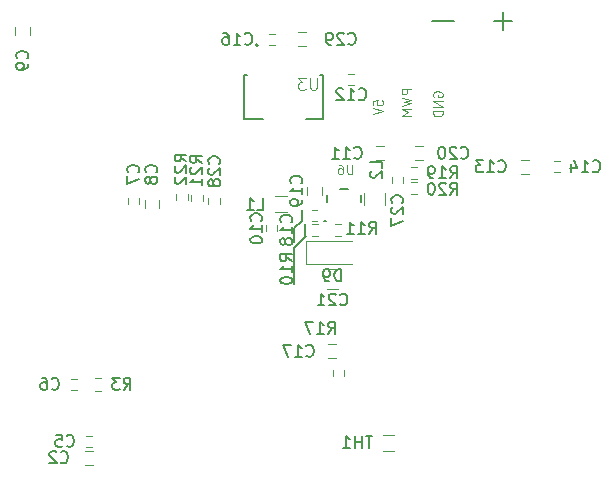
<source format=gbo>
G04 #@! TF.FileFunction,Legend,Bot*
%FSLAX46Y46*%
G04 Gerber Fmt 4.6, Leading zero omitted, Abs format (unit mm)*
G04 Created by KiCad (PCBNEW 4.0.7) date 06/27/18 11:47:53*
%MOMM*%
%LPD*%
G01*
G04 APERTURE LIST*
%ADD10C,0.100000*%
%ADD11C,0.200000*%
%ADD12C,0.120000*%
%ADD13C,0.127000*%
%ADD14C,0.152400*%
%ADD15C,0.150000*%
%ADD16C,0.050000*%
G04 APERTURE END LIST*
D10*
D11*
X127000000Y-95885000D02*
X126873000Y-95885000D01*
X127000000Y-94742000D02*
X127000000Y-95885000D01*
X127889000Y-95504000D02*
X127889000Y-95377000D01*
X127000000Y-96393000D02*
X127889000Y-95504000D01*
X127000000Y-96774000D02*
X127000000Y-96393000D01*
X127000000Y-99441000D02*
X127000000Y-96774000D01*
X128016000Y-95377000D02*
X127889000Y-95377000D01*
X127889000Y-95377000D02*
X127889000Y-94361000D01*
X127635000Y-93218000D02*
X127635000Y-94107000D01*
X129540000Y-94107000D02*
X129667000Y-94107000D01*
X127000000Y-94742000D02*
X127635000Y-94107000D01*
X140525500Y-77152500D02*
X138620500Y-77152500D01*
X144653000Y-77978000D02*
X144653000Y-76454000D01*
X144653000Y-77216000D02*
X145415000Y-77216000D01*
X144653000Y-77216000D02*
X143891000Y-77216000D01*
D10*
X136886905Y-82950190D02*
X136086905Y-82950190D01*
X136086905Y-83254952D01*
X136125000Y-83331143D01*
X136163095Y-83369238D01*
X136239286Y-83407333D01*
X136353571Y-83407333D01*
X136429762Y-83369238D01*
X136467857Y-83331143D01*
X136505952Y-83254952D01*
X136505952Y-82950190D01*
X136086905Y-83674000D02*
X136886905Y-83864476D01*
X136315476Y-84016857D01*
X136886905Y-84169238D01*
X136086905Y-84359714D01*
X136886905Y-84664476D02*
X136086905Y-84664476D01*
X136658333Y-84931143D01*
X136086905Y-85197810D01*
X136886905Y-85197810D01*
X138792000Y-83591477D02*
X138753905Y-83515286D01*
X138753905Y-83401001D01*
X138792000Y-83286715D01*
X138868190Y-83210524D01*
X138944381Y-83172429D01*
X139096762Y-83134334D01*
X139211048Y-83134334D01*
X139363429Y-83172429D01*
X139439619Y-83210524D01*
X139515810Y-83286715D01*
X139553905Y-83401001D01*
X139553905Y-83477191D01*
X139515810Y-83591477D01*
X139477714Y-83629572D01*
X139211048Y-83629572D01*
X139211048Y-83477191D01*
X139553905Y-83972429D02*
X138753905Y-83972429D01*
X139553905Y-84429572D01*
X138753905Y-84429572D01*
X139553905Y-84810524D02*
X138753905Y-84810524D01*
X138753905Y-85001000D01*
X138792000Y-85115286D01*
X138868190Y-85191477D01*
X138944381Y-85229572D01*
X139096762Y-85267667D01*
X139211048Y-85267667D01*
X139363429Y-85229572D01*
X139439619Y-85191477D01*
X139515810Y-85115286D01*
X139553905Y-85001000D01*
X139553905Y-84810524D01*
X133673905Y-84302620D02*
X133673905Y-83921667D01*
X134054857Y-83883572D01*
X134016762Y-83921667D01*
X133978667Y-83997858D01*
X133978667Y-84188334D01*
X134016762Y-84264524D01*
X134054857Y-84302620D01*
X134131048Y-84340715D01*
X134321524Y-84340715D01*
X134397714Y-84302620D01*
X134435810Y-84264524D01*
X134473905Y-84188334D01*
X134473905Y-83997858D01*
X134435810Y-83921667D01*
X134397714Y-83883572D01*
X133673905Y-84569286D02*
X134473905Y-84835953D01*
X133673905Y-85102620D01*
D12*
X109251000Y-114773000D02*
X109951000Y-114773000D01*
X109951000Y-113573000D02*
X109251000Y-113573000D01*
X109351000Y-112306000D02*
X109851000Y-112306000D01*
X109851000Y-113246000D02*
X109351000Y-113246000D01*
X108581000Y-108420000D02*
X108081000Y-108420000D01*
X108081000Y-107480000D02*
X108581000Y-107480000D01*
X112941000Y-92706000D02*
X112941000Y-92206000D01*
X113881000Y-92206000D02*
X113881000Y-92706000D01*
X115535000Y-93060000D02*
X115535000Y-92360000D01*
X114335000Y-92360000D02*
X114335000Y-93060000D01*
X103387600Y-77704200D02*
X103387600Y-78404200D01*
X104587600Y-78404200D02*
X104587600Y-77704200D01*
X124625000Y-94992000D02*
X124625000Y-94492000D01*
X125565000Y-94492000D02*
X125565000Y-94992000D01*
X132076000Y-82639000D02*
X131576000Y-82639000D01*
X131576000Y-81699000D02*
X132076000Y-81699000D01*
X146908000Y-88935000D02*
X146208000Y-88935000D01*
X146208000Y-90135000D02*
X146908000Y-90135000D01*
X148975000Y-89065000D02*
X149475000Y-89065000D01*
X149475000Y-90005000D02*
X148975000Y-90005000D01*
X124845000Y-78270000D02*
X125345000Y-78270000D01*
X125345000Y-79210000D02*
X124845000Y-79210000D01*
X130525000Y-104556000D02*
X129825000Y-104556000D01*
X129825000Y-105756000D02*
X130525000Y-105756000D01*
X128964500Y-94132500D02*
X128464500Y-94132500D01*
X128464500Y-93192500D02*
X128964500Y-93192500D01*
X129314500Y-91917000D02*
X129314500Y-91217000D01*
X128114500Y-91217000D02*
X128114500Y-91917000D01*
X130738500Y-99910000D02*
X129738500Y-99910000D01*
X129738500Y-98210000D02*
X130738500Y-98210000D01*
X135293000Y-90928000D02*
X135293000Y-90428000D01*
X136233000Y-90428000D02*
X136233000Y-90928000D01*
X119735500Y-92706000D02*
X119735500Y-92206000D01*
X120675500Y-92206000D02*
X120675500Y-92706000D01*
X127988500Y-97774000D02*
X127988500Y-95774000D01*
X127988500Y-95774000D02*
X131888500Y-95774000D01*
X127988500Y-97774000D02*
X131888500Y-97774000D01*
X126357000Y-92030000D02*
X125357000Y-92030000D01*
X125357000Y-93390000D02*
X126357000Y-93390000D01*
X132944500Y-92765500D02*
X132944500Y-91765500D01*
X134644500Y-91765500D02*
X134644500Y-92765500D01*
X110613000Y-108480000D02*
X110113000Y-108480000D01*
X110113000Y-107420000D02*
X110613000Y-107420000D01*
X129028000Y-95399000D02*
X128528000Y-95399000D01*
X128528000Y-94339000D02*
X129028000Y-94339000D01*
X130933000Y-95399000D02*
X130433000Y-95399000D01*
X130433000Y-94339000D02*
X130933000Y-94339000D01*
X130294280Y-107255120D02*
X130294280Y-106755120D01*
X131234280Y-106755120D02*
X131234280Y-107255120D01*
X137410000Y-90573000D02*
X136910000Y-90573000D01*
X136910000Y-89513000D02*
X137410000Y-89513000D01*
X137410000Y-91843000D02*
X136910000Y-91843000D01*
X136910000Y-90783000D02*
X137410000Y-90783000D01*
X119275000Y-91952000D02*
X119275000Y-92452000D01*
X118215000Y-92452000D02*
X118215000Y-91952000D01*
X116945000Y-92325000D02*
X116945000Y-91825000D01*
X118005000Y-91825000D02*
X118005000Y-92325000D01*
X135475600Y-112223000D02*
X134475600Y-112223000D01*
X134475600Y-113583000D02*
X135475600Y-113583000D01*
D13*
X122751000Y-81769500D02*
X122751000Y-85489500D01*
X129471000Y-81769500D02*
X129471000Y-85489500D01*
X122751000Y-81769500D02*
X123011000Y-81769500D01*
X129221000Y-81769500D02*
X129471000Y-81769500D01*
X129471000Y-85489500D02*
X127981000Y-85489500D01*
X124351000Y-85489500D02*
X122751000Y-85489500D01*
D11*
X123921000Y-79256500D02*
G75*
G03X123921000Y-79256500I-100000J0D01*
G01*
D14*
X129743200Y-92481400D02*
X129743200Y-91922600D01*
X130835400Y-91414600D02*
X131546600Y-91414600D01*
X132638800Y-91922600D02*
X132638800Y-92481400D01*
D12*
X134589000Y-87792000D02*
X133889000Y-87792000D01*
X133889000Y-88992000D02*
X134589000Y-88992000D01*
X137891000Y-87792000D02*
X137191000Y-87792000D01*
X137191000Y-88992000D02*
X137891000Y-88992000D01*
X127985000Y-78140000D02*
X127285000Y-78140000D01*
X127285000Y-79340000D02*
X127985000Y-79340000D01*
D15*
X107227666Y-114530143D02*
X107275285Y-114577762D01*
X107418142Y-114625381D01*
X107513380Y-114625381D01*
X107656238Y-114577762D01*
X107751476Y-114482524D01*
X107799095Y-114387286D01*
X107846714Y-114196810D01*
X107846714Y-114053952D01*
X107799095Y-113863476D01*
X107751476Y-113768238D01*
X107656238Y-113673000D01*
X107513380Y-113625381D01*
X107418142Y-113625381D01*
X107275285Y-113673000D01*
X107227666Y-113720619D01*
X106846714Y-113720619D02*
X106799095Y-113673000D01*
X106703857Y-113625381D01*
X106465761Y-113625381D01*
X106370523Y-113673000D01*
X106322904Y-113720619D01*
X106275285Y-113815857D01*
X106275285Y-113911095D01*
X106322904Y-114053952D01*
X106894333Y-114625381D01*
X106275285Y-114625381D01*
X107735666Y-113133143D02*
X107783285Y-113180762D01*
X107926142Y-113228381D01*
X108021380Y-113228381D01*
X108164238Y-113180762D01*
X108259476Y-113085524D01*
X108307095Y-112990286D01*
X108354714Y-112799810D01*
X108354714Y-112656952D01*
X108307095Y-112466476D01*
X108259476Y-112371238D01*
X108164238Y-112276000D01*
X108021380Y-112228381D01*
X107926142Y-112228381D01*
X107783285Y-112276000D01*
X107735666Y-112323619D01*
X106830904Y-112228381D02*
X107307095Y-112228381D01*
X107354714Y-112704571D01*
X107307095Y-112656952D01*
X107211857Y-112609333D01*
X106973761Y-112609333D01*
X106878523Y-112656952D01*
X106830904Y-112704571D01*
X106783285Y-112799810D01*
X106783285Y-113037905D01*
X106830904Y-113133143D01*
X106878523Y-113180762D01*
X106973761Y-113228381D01*
X107211857Y-113228381D01*
X107307095Y-113180762D01*
X107354714Y-113133143D01*
X106465666Y-108307143D02*
X106513285Y-108354762D01*
X106656142Y-108402381D01*
X106751380Y-108402381D01*
X106894238Y-108354762D01*
X106989476Y-108259524D01*
X107037095Y-108164286D01*
X107084714Y-107973810D01*
X107084714Y-107830952D01*
X107037095Y-107640476D01*
X106989476Y-107545238D01*
X106894238Y-107450000D01*
X106751380Y-107402381D01*
X106656142Y-107402381D01*
X106513285Y-107450000D01*
X106465666Y-107497619D01*
X105608523Y-107402381D02*
X105799000Y-107402381D01*
X105894238Y-107450000D01*
X105941857Y-107497619D01*
X106037095Y-107640476D01*
X106084714Y-107830952D01*
X106084714Y-108211905D01*
X106037095Y-108307143D01*
X105989476Y-108354762D01*
X105894238Y-108402381D01*
X105703761Y-108402381D01*
X105608523Y-108354762D01*
X105560904Y-108307143D01*
X105513285Y-108211905D01*
X105513285Y-107973810D01*
X105560904Y-107878571D01*
X105608523Y-107830952D01*
X105703761Y-107783333D01*
X105894238Y-107783333D01*
X105989476Y-107830952D01*
X106037095Y-107878571D01*
X106084714Y-107973810D01*
X113768143Y-90003334D02*
X113815762Y-89955715D01*
X113863381Y-89812858D01*
X113863381Y-89717620D01*
X113815762Y-89574762D01*
X113720524Y-89479524D01*
X113625286Y-89431905D01*
X113434810Y-89384286D01*
X113291952Y-89384286D01*
X113101476Y-89431905D01*
X113006238Y-89479524D01*
X112911000Y-89574762D01*
X112863381Y-89717620D01*
X112863381Y-89812858D01*
X112911000Y-89955715D01*
X112958619Y-90003334D01*
X112863381Y-90336667D02*
X112863381Y-91003334D01*
X113863381Y-90574762D01*
X115292143Y-90003334D02*
X115339762Y-89955715D01*
X115387381Y-89812858D01*
X115387381Y-89717620D01*
X115339762Y-89574762D01*
X115244524Y-89479524D01*
X115149286Y-89431905D01*
X114958810Y-89384286D01*
X114815952Y-89384286D01*
X114625476Y-89431905D01*
X114530238Y-89479524D01*
X114435000Y-89574762D01*
X114387381Y-89717620D01*
X114387381Y-89812858D01*
X114435000Y-89955715D01*
X114482619Y-90003334D01*
X114815952Y-90574762D02*
X114768333Y-90479524D01*
X114720714Y-90431905D01*
X114625476Y-90384286D01*
X114577857Y-90384286D01*
X114482619Y-90431905D01*
X114435000Y-90479524D01*
X114387381Y-90574762D01*
X114387381Y-90765239D01*
X114435000Y-90860477D01*
X114482619Y-90908096D01*
X114577857Y-90955715D01*
X114625476Y-90955715D01*
X114720714Y-90908096D01*
X114768333Y-90860477D01*
X114815952Y-90765239D01*
X114815952Y-90574762D01*
X114863571Y-90479524D01*
X114911190Y-90431905D01*
X115006429Y-90384286D01*
X115196905Y-90384286D01*
X115292143Y-90431905D01*
X115339762Y-90479524D01*
X115387381Y-90574762D01*
X115387381Y-90765239D01*
X115339762Y-90860477D01*
X115292143Y-90908096D01*
X115196905Y-90955715D01*
X115006429Y-90955715D01*
X114911190Y-90908096D01*
X114863571Y-90860477D01*
X114815952Y-90765239D01*
X104370143Y-80351334D02*
X104417762Y-80303715D01*
X104465381Y-80160858D01*
X104465381Y-80065620D01*
X104417762Y-79922762D01*
X104322524Y-79827524D01*
X104227286Y-79779905D01*
X104036810Y-79732286D01*
X103893952Y-79732286D01*
X103703476Y-79779905D01*
X103608238Y-79827524D01*
X103513000Y-79922762D01*
X103465381Y-80065620D01*
X103465381Y-80160858D01*
X103513000Y-80303715D01*
X103560619Y-80351334D01*
X104465381Y-80827524D02*
X104465381Y-81018000D01*
X104417762Y-81113239D01*
X104370143Y-81160858D01*
X104227286Y-81256096D01*
X104036810Y-81303715D01*
X103655857Y-81303715D01*
X103560619Y-81256096D01*
X103513000Y-81208477D01*
X103465381Y-81113239D01*
X103465381Y-80922762D01*
X103513000Y-80827524D01*
X103560619Y-80779905D01*
X103655857Y-80732286D01*
X103893952Y-80732286D01*
X103989190Y-80779905D01*
X104036810Y-80827524D01*
X104084429Y-80922762D01*
X104084429Y-81113239D01*
X104036810Y-81208477D01*
X103989190Y-81256096D01*
X103893952Y-81303715D01*
X124182143Y-94099143D02*
X124229762Y-94051524D01*
X124277381Y-93908667D01*
X124277381Y-93813429D01*
X124229762Y-93670571D01*
X124134524Y-93575333D01*
X124039286Y-93527714D01*
X123848810Y-93480095D01*
X123705952Y-93480095D01*
X123515476Y-93527714D01*
X123420238Y-93575333D01*
X123325000Y-93670571D01*
X123277381Y-93813429D01*
X123277381Y-93908667D01*
X123325000Y-94051524D01*
X123372619Y-94099143D01*
X124277381Y-95051524D02*
X124277381Y-94480095D01*
X124277381Y-94765809D02*
X123277381Y-94765809D01*
X123420238Y-94670571D01*
X123515476Y-94575333D01*
X123563095Y-94480095D01*
X123277381Y-95670571D02*
X123277381Y-95765810D01*
X123325000Y-95861048D01*
X123372619Y-95908667D01*
X123467857Y-95956286D01*
X123658333Y-96003905D01*
X123896429Y-96003905D01*
X124086905Y-95956286D01*
X124182143Y-95908667D01*
X124229762Y-95861048D01*
X124277381Y-95765810D01*
X124277381Y-95670571D01*
X124229762Y-95575333D01*
X124182143Y-95527714D01*
X124086905Y-95480095D01*
X123896429Y-95432476D01*
X123658333Y-95432476D01*
X123467857Y-95480095D01*
X123372619Y-95527714D01*
X123325000Y-95575333D01*
X123277381Y-95670571D01*
X132468857Y-83796143D02*
X132516476Y-83843762D01*
X132659333Y-83891381D01*
X132754571Y-83891381D01*
X132897429Y-83843762D01*
X132992667Y-83748524D01*
X133040286Y-83653286D01*
X133087905Y-83462810D01*
X133087905Y-83319952D01*
X133040286Y-83129476D01*
X132992667Y-83034238D01*
X132897429Y-82939000D01*
X132754571Y-82891381D01*
X132659333Y-82891381D01*
X132516476Y-82939000D01*
X132468857Y-82986619D01*
X131516476Y-83891381D02*
X132087905Y-83891381D01*
X131802191Y-83891381D02*
X131802191Y-82891381D01*
X131897429Y-83034238D01*
X131992667Y-83129476D01*
X132087905Y-83177095D01*
X131135524Y-82986619D02*
X131087905Y-82939000D01*
X130992667Y-82891381D01*
X130754571Y-82891381D01*
X130659333Y-82939000D01*
X130611714Y-82986619D01*
X130564095Y-83081857D01*
X130564095Y-83177095D01*
X130611714Y-83319952D01*
X131183143Y-83891381D01*
X130564095Y-83891381D01*
X144279857Y-89892143D02*
X144327476Y-89939762D01*
X144470333Y-89987381D01*
X144565571Y-89987381D01*
X144708429Y-89939762D01*
X144803667Y-89844524D01*
X144851286Y-89749286D01*
X144898905Y-89558810D01*
X144898905Y-89415952D01*
X144851286Y-89225476D01*
X144803667Y-89130238D01*
X144708429Y-89035000D01*
X144565571Y-88987381D01*
X144470333Y-88987381D01*
X144327476Y-89035000D01*
X144279857Y-89082619D01*
X143327476Y-89987381D02*
X143898905Y-89987381D01*
X143613191Y-89987381D02*
X143613191Y-88987381D01*
X143708429Y-89130238D01*
X143803667Y-89225476D01*
X143898905Y-89273095D01*
X142994143Y-88987381D02*
X142375095Y-88987381D01*
X142708429Y-89368333D01*
X142565571Y-89368333D01*
X142470333Y-89415952D01*
X142422714Y-89463571D01*
X142375095Y-89558810D01*
X142375095Y-89796905D01*
X142422714Y-89892143D01*
X142470333Y-89939762D01*
X142565571Y-89987381D01*
X142851286Y-89987381D01*
X142946524Y-89939762D01*
X142994143Y-89892143D01*
X152280857Y-89892143D02*
X152328476Y-89939762D01*
X152471333Y-89987381D01*
X152566571Y-89987381D01*
X152709429Y-89939762D01*
X152804667Y-89844524D01*
X152852286Y-89749286D01*
X152899905Y-89558810D01*
X152899905Y-89415952D01*
X152852286Y-89225476D01*
X152804667Y-89130238D01*
X152709429Y-89035000D01*
X152566571Y-88987381D01*
X152471333Y-88987381D01*
X152328476Y-89035000D01*
X152280857Y-89082619D01*
X151328476Y-89987381D02*
X151899905Y-89987381D01*
X151614191Y-89987381D02*
X151614191Y-88987381D01*
X151709429Y-89130238D01*
X151804667Y-89225476D01*
X151899905Y-89273095D01*
X150471333Y-89320714D02*
X150471333Y-89987381D01*
X150709429Y-88939762D02*
X150947524Y-89654048D01*
X150328476Y-89654048D01*
X122816857Y-79097143D02*
X122864476Y-79144762D01*
X123007333Y-79192381D01*
X123102571Y-79192381D01*
X123245429Y-79144762D01*
X123340667Y-79049524D01*
X123388286Y-78954286D01*
X123435905Y-78763810D01*
X123435905Y-78620952D01*
X123388286Y-78430476D01*
X123340667Y-78335238D01*
X123245429Y-78240000D01*
X123102571Y-78192381D01*
X123007333Y-78192381D01*
X122864476Y-78240000D01*
X122816857Y-78287619D01*
X121864476Y-79192381D02*
X122435905Y-79192381D01*
X122150191Y-79192381D02*
X122150191Y-78192381D01*
X122245429Y-78335238D01*
X122340667Y-78430476D01*
X122435905Y-78478095D01*
X121007333Y-78192381D02*
X121197810Y-78192381D01*
X121293048Y-78240000D01*
X121340667Y-78287619D01*
X121435905Y-78430476D01*
X121483524Y-78620952D01*
X121483524Y-79001905D01*
X121435905Y-79097143D01*
X121388286Y-79144762D01*
X121293048Y-79192381D01*
X121102571Y-79192381D01*
X121007333Y-79144762D01*
X120959714Y-79097143D01*
X120912095Y-79001905D01*
X120912095Y-78763810D01*
X120959714Y-78668571D01*
X121007333Y-78620952D01*
X121102571Y-78573333D01*
X121293048Y-78573333D01*
X121388286Y-78620952D01*
X121435905Y-78668571D01*
X121483524Y-78763810D01*
X128023857Y-105513143D02*
X128071476Y-105560762D01*
X128214333Y-105608381D01*
X128309571Y-105608381D01*
X128452429Y-105560762D01*
X128547667Y-105465524D01*
X128595286Y-105370286D01*
X128642905Y-105179810D01*
X128642905Y-105036952D01*
X128595286Y-104846476D01*
X128547667Y-104751238D01*
X128452429Y-104656000D01*
X128309571Y-104608381D01*
X128214333Y-104608381D01*
X128071476Y-104656000D01*
X128023857Y-104703619D01*
X127071476Y-105608381D02*
X127642905Y-105608381D01*
X127357191Y-105608381D02*
X127357191Y-104608381D01*
X127452429Y-104751238D01*
X127547667Y-104846476D01*
X127642905Y-104894095D01*
X126738143Y-104608381D02*
X126071476Y-104608381D01*
X126500048Y-105608381D01*
X126722143Y-94226143D02*
X126769762Y-94178524D01*
X126817381Y-94035667D01*
X126817381Y-93940429D01*
X126769762Y-93797571D01*
X126674524Y-93702333D01*
X126579286Y-93654714D01*
X126388810Y-93607095D01*
X126245952Y-93607095D01*
X126055476Y-93654714D01*
X125960238Y-93702333D01*
X125865000Y-93797571D01*
X125817381Y-93940429D01*
X125817381Y-94035667D01*
X125865000Y-94178524D01*
X125912619Y-94226143D01*
X126817381Y-95178524D02*
X126817381Y-94607095D01*
X126817381Y-94892809D02*
X125817381Y-94892809D01*
X125960238Y-94797571D01*
X126055476Y-94702333D01*
X126103095Y-94607095D01*
X126245952Y-95749952D02*
X126198333Y-95654714D01*
X126150714Y-95607095D01*
X126055476Y-95559476D01*
X126007857Y-95559476D01*
X125912619Y-95607095D01*
X125865000Y-95654714D01*
X125817381Y-95749952D01*
X125817381Y-95940429D01*
X125865000Y-96035667D01*
X125912619Y-96083286D01*
X126007857Y-96130905D01*
X126055476Y-96130905D01*
X126150714Y-96083286D01*
X126198333Y-96035667D01*
X126245952Y-95940429D01*
X126245952Y-95749952D01*
X126293571Y-95654714D01*
X126341190Y-95607095D01*
X126436429Y-95559476D01*
X126626905Y-95559476D01*
X126722143Y-95607095D01*
X126769762Y-95654714D01*
X126817381Y-95749952D01*
X126817381Y-95940429D01*
X126769762Y-96035667D01*
X126722143Y-96083286D01*
X126626905Y-96130905D01*
X126436429Y-96130905D01*
X126341190Y-96083286D01*
X126293571Y-96035667D01*
X126245952Y-95940429D01*
X127571643Y-90924143D02*
X127619262Y-90876524D01*
X127666881Y-90733667D01*
X127666881Y-90638429D01*
X127619262Y-90495571D01*
X127524024Y-90400333D01*
X127428786Y-90352714D01*
X127238310Y-90305095D01*
X127095452Y-90305095D01*
X126904976Y-90352714D01*
X126809738Y-90400333D01*
X126714500Y-90495571D01*
X126666881Y-90638429D01*
X126666881Y-90733667D01*
X126714500Y-90876524D01*
X126762119Y-90924143D01*
X127666881Y-91876524D02*
X127666881Y-91305095D01*
X127666881Y-91590809D02*
X126666881Y-91590809D01*
X126809738Y-91495571D01*
X126904976Y-91400333D01*
X126952595Y-91305095D01*
X127666881Y-92352714D02*
X127666881Y-92543190D01*
X127619262Y-92638429D01*
X127571643Y-92686048D01*
X127428786Y-92781286D01*
X127238310Y-92828905D01*
X126857357Y-92828905D01*
X126762119Y-92781286D01*
X126714500Y-92733667D01*
X126666881Y-92638429D01*
X126666881Y-92447952D01*
X126714500Y-92352714D01*
X126762119Y-92305095D01*
X126857357Y-92257476D01*
X127095452Y-92257476D01*
X127190690Y-92305095D01*
X127238310Y-92352714D01*
X127285929Y-92447952D01*
X127285929Y-92638429D01*
X127238310Y-92733667D01*
X127190690Y-92781286D01*
X127095452Y-92828905D01*
X130881357Y-101167143D02*
X130928976Y-101214762D01*
X131071833Y-101262381D01*
X131167071Y-101262381D01*
X131309929Y-101214762D01*
X131405167Y-101119524D01*
X131452786Y-101024286D01*
X131500405Y-100833810D01*
X131500405Y-100690952D01*
X131452786Y-100500476D01*
X131405167Y-100405238D01*
X131309929Y-100310000D01*
X131167071Y-100262381D01*
X131071833Y-100262381D01*
X130928976Y-100310000D01*
X130881357Y-100357619D01*
X130500405Y-100357619D02*
X130452786Y-100310000D01*
X130357548Y-100262381D01*
X130119452Y-100262381D01*
X130024214Y-100310000D01*
X129976595Y-100357619D01*
X129928976Y-100452857D01*
X129928976Y-100548095D01*
X129976595Y-100690952D01*
X130548024Y-101262381D01*
X129928976Y-101262381D01*
X128976595Y-101262381D02*
X129548024Y-101262381D01*
X129262310Y-101262381D02*
X129262310Y-100262381D01*
X129357548Y-100405238D01*
X129452786Y-100500476D01*
X129548024Y-100548095D01*
X136120143Y-92575143D02*
X136167762Y-92527524D01*
X136215381Y-92384667D01*
X136215381Y-92289429D01*
X136167762Y-92146571D01*
X136072524Y-92051333D01*
X135977286Y-92003714D01*
X135786810Y-91956095D01*
X135643952Y-91956095D01*
X135453476Y-92003714D01*
X135358238Y-92051333D01*
X135263000Y-92146571D01*
X135215381Y-92289429D01*
X135215381Y-92384667D01*
X135263000Y-92527524D01*
X135310619Y-92575143D01*
X135310619Y-92956095D02*
X135263000Y-93003714D01*
X135215381Y-93098952D01*
X135215381Y-93337048D01*
X135263000Y-93432286D01*
X135310619Y-93479905D01*
X135405857Y-93527524D01*
X135501095Y-93527524D01*
X135643952Y-93479905D01*
X136215381Y-92908476D01*
X136215381Y-93527524D01*
X135215381Y-93860857D02*
X135215381Y-94527524D01*
X136215381Y-94098952D01*
X120626143Y-89273143D02*
X120673762Y-89225524D01*
X120721381Y-89082667D01*
X120721381Y-88987429D01*
X120673762Y-88844571D01*
X120578524Y-88749333D01*
X120483286Y-88701714D01*
X120292810Y-88654095D01*
X120149952Y-88654095D01*
X119959476Y-88701714D01*
X119864238Y-88749333D01*
X119769000Y-88844571D01*
X119721381Y-88987429D01*
X119721381Y-89082667D01*
X119769000Y-89225524D01*
X119816619Y-89273143D01*
X119816619Y-89654095D02*
X119769000Y-89701714D01*
X119721381Y-89796952D01*
X119721381Y-90035048D01*
X119769000Y-90130286D01*
X119816619Y-90177905D01*
X119911857Y-90225524D01*
X120007095Y-90225524D01*
X120149952Y-90177905D01*
X120721381Y-89606476D01*
X120721381Y-90225524D01*
X120149952Y-90796952D02*
X120102333Y-90701714D01*
X120054714Y-90654095D01*
X119959476Y-90606476D01*
X119911857Y-90606476D01*
X119816619Y-90654095D01*
X119769000Y-90701714D01*
X119721381Y-90796952D01*
X119721381Y-90987429D01*
X119769000Y-91082667D01*
X119816619Y-91130286D01*
X119911857Y-91177905D01*
X119959476Y-91177905D01*
X120054714Y-91130286D01*
X120102333Y-91082667D01*
X120149952Y-90987429D01*
X120149952Y-90796952D01*
X120197571Y-90701714D01*
X120245190Y-90654095D01*
X120340429Y-90606476D01*
X120530905Y-90606476D01*
X120626143Y-90654095D01*
X120673762Y-90701714D01*
X120721381Y-90796952D01*
X120721381Y-90987429D01*
X120673762Y-91082667D01*
X120626143Y-91130286D01*
X120530905Y-91177905D01*
X120340429Y-91177905D01*
X120245190Y-91130286D01*
X120197571Y-91082667D01*
X120149952Y-90987429D01*
X130976595Y-99226381D02*
X130976595Y-98226381D01*
X130738500Y-98226381D01*
X130595642Y-98274000D01*
X130500404Y-98369238D01*
X130452785Y-98464476D01*
X130405166Y-98654952D01*
X130405166Y-98797810D01*
X130452785Y-98988286D01*
X130500404Y-99083524D01*
X130595642Y-99178762D01*
X130738500Y-99226381D01*
X130976595Y-99226381D01*
X129928976Y-99226381D02*
X129738500Y-99226381D01*
X129643261Y-99178762D01*
X129595642Y-99131143D01*
X129500404Y-98988286D01*
X129452785Y-98797810D01*
X129452785Y-98416857D01*
X129500404Y-98321619D01*
X129548023Y-98274000D01*
X129643261Y-98226381D01*
X129833738Y-98226381D01*
X129928976Y-98274000D01*
X129976595Y-98321619D01*
X130024214Y-98416857D01*
X130024214Y-98654952D01*
X129976595Y-98750190D01*
X129928976Y-98797810D01*
X129833738Y-98845429D01*
X129643261Y-98845429D01*
X129548023Y-98797810D01*
X129500404Y-98750190D01*
X129452785Y-98654952D01*
X123864666Y-93162381D02*
X124340857Y-93162381D01*
X124340857Y-92162381D01*
X123007523Y-93162381D02*
X123578952Y-93162381D01*
X123293238Y-93162381D02*
X123293238Y-92162381D01*
X123388476Y-92305238D01*
X123483714Y-92400476D01*
X123578952Y-92448095D01*
X134437381Y-89622334D02*
X134437381Y-89146143D01*
X133437381Y-89146143D01*
X133532619Y-89908048D02*
X133485000Y-89955667D01*
X133437381Y-90050905D01*
X133437381Y-90289001D01*
X133485000Y-90384239D01*
X133532619Y-90431858D01*
X133627857Y-90479477D01*
X133723095Y-90479477D01*
X133865952Y-90431858D01*
X134437381Y-89860429D01*
X134437381Y-90479477D01*
X112561666Y-108402381D02*
X112895000Y-107926190D01*
X113133095Y-108402381D02*
X113133095Y-107402381D01*
X112752142Y-107402381D01*
X112656904Y-107450000D01*
X112609285Y-107497619D01*
X112561666Y-107592857D01*
X112561666Y-107735714D01*
X112609285Y-107830952D01*
X112656904Y-107878571D01*
X112752142Y-107926190D01*
X113133095Y-107926190D01*
X112228333Y-107402381D02*
X111609285Y-107402381D01*
X111942619Y-107783333D01*
X111799761Y-107783333D01*
X111704523Y-107830952D01*
X111656904Y-107878571D01*
X111609285Y-107973810D01*
X111609285Y-108211905D01*
X111656904Y-108307143D01*
X111704523Y-108354762D01*
X111799761Y-108402381D01*
X112085476Y-108402381D01*
X112180714Y-108354762D01*
X112228333Y-108307143D01*
X126817381Y-97528143D02*
X126341190Y-97194809D01*
X126817381Y-96956714D02*
X125817381Y-96956714D01*
X125817381Y-97337667D01*
X125865000Y-97432905D01*
X125912619Y-97480524D01*
X126007857Y-97528143D01*
X126150714Y-97528143D01*
X126245952Y-97480524D01*
X126293571Y-97432905D01*
X126341190Y-97337667D01*
X126341190Y-96956714D01*
X126817381Y-98480524D02*
X126817381Y-97909095D01*
X126817381Y-98194809D02*
X125817381Y-98194809D01*
X125960238Y-98099571D01*
X126055476Y-98004333D01*
X126103095Y-97909095D01*
X125817381Y-99099571D02*
X125817381Y-99194810D01*
X125865000Y-99290048D01*
X125912619Y-99337667D01*
X126007857Y-99385286D01*
X126198333Y-99432905D01*
X126436429Y-99432905D01*
X126626905Y-99385286D01*
X126722143Y-99337667D01*
X126769762Y-99290048D01*
X126817381Y-99194810D01*
X126817381Y-99099571D01*
X126769762Y-99004333D01*
X126722143Y-98956714D01*
X126626905Y-98909095D01*
X126436429Y-98861476D01*
X126198333Y-98861476D01*
X126007857Y-98909095D01*
X125912619Y-98956714D01*
X125865000Y-99004333D01*
X125817381Y-99099571D01*
X133357857Y-95194381D02*
X133691191Y-94718190D01*
X133929286Y-95194381D02*
X133929286Y-94194381D01*
X133548333Y-94194381D01*
X133453095Y-94242000D01*
X133405476Y-94289619D01*
X133357857Y-94384857D01*
X133357857Y-94527714D01*
X133405476Y-94622952D01*
X133453095Y-94670571D01*
X133548333Y-94718190D01*
X133929286Y-94718190D01*
X132405476Y-95194381D02*
X132976905Y-95194381D01*
X132691191Y-95194381D02*
X132691191Y-94194381D01*
X132786429Y-94337238D01*
X132881667Y-94432476D01*
X132976905Y-94480095D01*
X131453095Y-95194381D02*
X132024524Y-95194381D01*
X131738810Y-95194381D02*
X131738810Y-94194381D01*
X131834048Y-94337238D01*
X131929286Y-94432476D01*
X132024524Y-94480095D01*
X129883137Y-103647501D02*
X130216471Y-103171310D01*
X130454566Y-103647501D02*
X130454566Y-102647501D01*
X130073613Y-102647501D01*
X129978375Y-102695120D01*
X129930756Y-102742739D01*
X129883137Y-102837977D01*
X129883137Y-102980834D01*
X129930756Y-103076072D01*
X129978375Y-103123691D01*
X130073613Y-103171310D01*
X130454566Y-103171310D01*
X128930756Y-103647501D02*
X129502185Y-103647501D01*
X129216471Y-103647501D02*
X129216471Y-102647501D01*
X129311709Y-102790358D01*
X129406947Y-102885596D01*
X129502185Y-102933215D01*
X128597423Y-102647501D02*
X127930756Y-102647501D01*
X128359328Y-103647501D01*
X140215857Y-90495381D02*
X140549191Y-90019190D01*
X140787286Y-90495381D02*
X140787286Y-89495381D01*
X140406333Y-89495381D01*
X140311095Y-89543000D01*
X140263476Y-89590619D01*
X140215857Y-89685857D01*
X140215857Y-89828714D01*
X140263476Y-89923952D01*
X140311095Y-89971571D01*
X140406333Y-90019190D01*
X140787286Y-90019190D01*
X139263476Y-90495381D02*
X139834905Y-90495381D01*
X139549191Y-90495381D02*
X139549191Y-89495381D01*
X139644429Y-89638238D01*
X139739667Y-89733476D01*
X139834905Y-89781095D01*
X138787286Y-90495381D02*
X138596810Y-90495381D01*
X138501571Y-90447762D01*
X138453952Y-90400143D01*
X138358714Y-90257286D01*
X138311095Y-90066810D01*
X138311095Y-89685857D01*
X138358714Y-89590619D01*
X138406333Y-89543000D01*
X138501571Y-89495381D01*
X138692048Y-89495381D01*
X138787286Y-89543000D01*
X138834905Y-89590619D01*
X138882524Y-89685857D01*
X138882524Y-89923952D01*
X138834905Y-90019190D01*
X138787286Y-90066810D01*
X138692048Y-90114429D01*
X138501571Y-90114429D01*
X138406333Y-90066810D01*
X138358714Y-90019190D01*
X138311095Y-89923952D01*
X140215857Y-91892381D02*
X140549191Y-91416190D01*
X140787286Y-91892381D02*
X140787286Y-90892381D01*
X140406333Y-90892381D01*
X140311095Y-90940000D01*
X140263476Y-90987619D01*
X140215857Y-91082857D01*
X140215857Y-91225714D01*
X140263476Y-91320952D01*
X140311095Y-91368571D01*
X140406333Y-91416190D01*
X140787286Y-91416190D01*
X139834905Y-90987619D02*
X139787286Y-90940000D01*
X139692048Y-90892381D01*
X139453952Y-90892381D01*
X139358714Y-90940000D01*
X139311095Y-90987619D01*
X139263476Y-91082857D01*
X139263476Y-91178095D01*
X139311095Y-91320952D01*
X139882524Y-91892381D01*
X139263476Y-91892381D01*
X138644429Y-90892381D02*
X138549190Y-90892381D01*
X138453952Y-90940000D01*
X138406333Y-90987619D01*
X138358714Y-91082857D01*
X138311095Y-91273333D01*
X138311095Y-91511429D01*
X138358714Y-91701905D01*
X138406333Y-91797143D01*
X138453952Y-91844762D01*
X138549190Y-91892381D01*
X138644429Y-91892381D01*
X138739667Y-91844762D01*
X138787286Y-91797143D01*
X138834905Y-91701905D01*
X138882524Y-91511429D01*
X138882524Y-91273333D01*
X138834905Y-91082857D01*
X138787286Y-90987619D01*
X138739667Y-90940000D01*
X138644429Y-90892381D01*
X119197381Y-89209643D02*
X118721190Y-88876309D01*
X119197381Y-88638214D02*
X118197381Y-88638214D01*
X118197381Y-89019167D01*
X118245000Y-89114405D01*
X118292619Y-89162024D01*
X118387857Y-89209643D01*
X118530714Y-89209643D01*
X118625952Y-89162024D01*
X118673571Y-89114405D01*
X118721190Y-89019167D01*
X118721190Y-88638214D01*
X118292619Y-89590595D02*
X118245000Y-89638214D01*
X118197381Y-89733452D01*
X118197381Y-89971548D01*
X118245000Y-90066786D01*
X118292619Y-90114405D01*
X118387857Y-90162024D01*
X118483095Y-90162024D01*
X118625952Y-90114405D01*
X119197381Y-89542976D01*
X119197381Y-90162024D01*
X119197381Y-91114405D02*
X119197381Y-90542976D01*
X119197381Y-90828690D02*
X118197381Y-90828690D01*
X118340238Y-90733452D01*
X118435476Y-90638214D01*
X118483095Y-90542976D01*
X117863881Y-89082643D02*
X117387690Y-88749309D01*
X117863881Y-88511214D02*
X116863881Y-88511214D01*
X116863881Y-88892167D01*
X116911500Y-88987405D01*
X116959119Y-89035024D01*
X117054357Y-89082643D01*
X117197214Y-89082643D01*
X117292452Y-89035024D01*
X117340071Y-88987405D01*
X117387690Y-88892167D01*
X117387690Y-88511214D01*
X116959119Y-89463595D02*
X116911500Y-89511214D01*
X116863881Y-89606452D01*
X116863881Y-89844548D01*
X116911500Y-89939786D01*
X116959119Y-89987405D01*
X117054357Y-90035024D01*
X117149595Y-90035024D01*
X117292452Y-89987405D01*
X117863881Y-89415976D01*
X117863881Y-90035024D01*
X116959119Y-90415976D02*
X116911500Y-90463595D01*
X116863881Y-90558833D01*
X116863881Y-90796929D01*
X116911500Y-90892167D01*
X116959119Y-90939786D01*
X117054357Y-90987405D01*
X117149595Y-90987405D01*
X117292452Y-90939786D01*
X117863881Y-90368357D01*
X117863881Y-90987405D01*
X133608242Y-112332881D02*
X133036813Y-112332881D01*
X133322528Y-113332881D02*
X133322528Y-112332881D01*
X132703480Y-113332881D02*
X132703480Y-112332881D01*
X132703480Y-112809071D02*
X132132051Y-112809071D01*
X132132051Y-113332881D02*
X132132051Y-112332881D01*
X131132051Y-113332881D02*
X131703480Y-113332881D01*
X131417766Y-113332881D02*
X131417766Y-112332881D01*
X131513004Y-112475738D01*
X131608242Y-112570976D01*
X131703480Y-112618595D01*
D16*
X128907724Y-82000355D02*
X128907724Y-82812874D01*
X128859929Y-82908464D01*
X128812133Y-82956260D01*
X128716543Y-83004055D01*
X128525362Y-83004055D01*
X128429771Y-82956260D01*
X128381976Y-82908464D01*
X128334181Y-82812874D01*
X128334181Y-82000355D01*
X127951819Y-82000355D02*
X127330481Y-82000355D01*
X127665048Y-82382717D01*
X127521662Y-82382717D01*
X127426072Y-82430512D01*
X127378276Y-82478307D01*
X127330481Y-82573898D01*
X127330481Y-82812874D01*
X127378276Y-82908464D01*
X127426072Y-82956260D01*
X127521662Y-83004055D01*
X127808434Y-83004055D01*
X127904024Y-82956260D01*
X127951819Y-82908464D01*
D10*
X131927524Y-89350905D02*
X131927524Y-89998524D01*
X131889429Y-90074714D01*
X131851333Y-90112810D01*
X131775143Y-90150905D01*
X131622762Y-90150905D01*
X131546571Y-90112810D01*
X131508476Y-90074714D01*
X131470381Y-89998524D01*
X131470381Y-89350905D01*
X130746572Y-89350905D02*
X130898953Y-89350905D01*
X130975143Y-89389000D01*
X131013238Y-89427095D01*
X131089429Y-89541381D01*
X131127524Y-89693762D01*
X131127524Y-89998524D01*
X131089429Y-90074714D01*
X131051334Y-90112810D01*
X130975143Y-90150905D01*
X130822762Y-90150905D01*
X130746572Y-90112810D01*
X130708476Y-90074714D01*
X130670381Y-89998524D01*
X130670381Y-89808048D01*
X130708476Y-89731857D01*
X130746572Y-89693762D01*
X130822762Y-89655667D01*
X130975143Y-89655667D01*
X131051334Y-89693762D01*
X131089429Y-89731857D01*
X131127524Y-89808048D01*
D15*
X132087857Y-88749143D02*
X132135476Y-88796762D01*
X132278333Y-88844381D01*
X132373571Y-88844381D01*
X132516429Y-88796762D01*
X132611667Y-88701524D01*
X132659286Y-88606286D01*
X132706905Y-88415810D01*
X132706905Y-88272952D01*
X132659286Y-88082476D01*
X132611667Y-87987238D01*
X132516429Y-87892000D01*
X132373571Y-87844381D01*
X132278333Y-87844381D01*
X132135476Y-87892000D01*
X132087857Y-87939619D01*
X131135476Y-88844381D02*
X131706905Y-88844381D01*
X131421191Y-88844381D02*
X131421191Y-87844381D01*
X131516429Y-87987238D01*
X131611667Y-88082476D01*
X131706905Y-88130095D01*
X130183095Y-88844381D02*
X130754524Y-88844381D01*
X130468810Y-88844381D02*
X130468810Y-87844381D01*
X130564048Y-87987238D01*
X130659286Y-88082476D01*
X130754524Y-88130095D01*
X141104857Y-88749143D02*
X141152476Y-88796762D01*
X141295333Y-88844381D01*
X141390571Y-88844381D01*
X141533429Y-88796762D01*
X141628667Y-88701524D01*
X141676286Y-88606286D01*
X141723905Y-88415810D01*
X141723905Y-88272952D01*
X141676286Y-88082476D01*
X141628667Y-87987238D01*
X141533429Y-87892000D01*
X141390571Y-87844381D01*
X141295333Y-87844381D01*
X141152476Y-87892000D01*
X141104857Y-87939619D01*
X140723905Y-87939619D02*
X140676286Y-87892000D01*
X140581048Y-87844381D01*
X140342952Y-87844381D01*
X140247714Y-87892000D01*
X140200095Y-87939619D01*
X140152476Y-88034857D01*
X140152476Y-88130095D01*
X140200095Y-88272952D01*
X140771524Y-88844381D01*
X140152476Y-88844381D01*
X139533429Y-87844381D02*
X139438190Y-87844381D01*
X139342952Y-87892000D01*
X139295333Y-87939619D01*
X139247714Y-88034857D01*
X139200095Y-88225333D01*
X139200095Y-88463429D01*
X139247714Y-88653905D01*
X139295333Y-88749143D01*
X139342952Y-88796762D01*
X139438190Y-88844381D01*
X139533429Y-88844381D01*
X139628667Y-88796762D01*
X139676286Y-88749143D01*
X139723905Y-88653905D01*
X139771524Y-88463429D01*
X139771524Y-88225333D01*
X139723905Y-88034857D01*
X139676286Y-87939619D01*
X139628667Y-87892000D01*
X139533429Y-87844381D01*
X131579857Y-79097143D02*
X131627476Y-79144762D01*
X131770333Y-79192381D01*
X131865571Y-79192381D01*
X132008429Y-79144762D01*
X132103667Y-79049524D01*
X132151286Y-78954286D01*
X132198905Y-78763810D01*
X132198905Y-78620952D01*
X132151286Y-78430476D01*
X132103667Y-78335238D01*
X132008429Y-78240000D01*
X131865571Y-78192381D01*
X131770333Y-78192381D01*
X131627476Y-78240000D01*
X131579857Y-78287619D01*
X131198905Y-78287619D02*
X131151286Y-78240000D01*
X131056048Y-78192381D01*
X130817952Y-78192381D01*
X130722714Y-78240000D01*
X130675095Y-78287619D01*
X130627476Y-78382857D01*
X130627476Y-78478095D01*
X130675095Y-78620952D01*
X131246524Y-79192381D01*
X130627476Y-79192381D01*
X130151286Y-79192381D02*
X129960810Y-79192381D01*
X129865571Y-79144762D01*
X129817952Y-79097143D01*
X129722714Y-78954286D01*
X129675095Y-78763810D01*
X129675095Y-78382857D01*
X129722714Y-78287619D01*
X129770333Y-78240000D01*
X129865571Y-78192381D01*
X130056048Y-78192381D01*
X130151286Y-78240000D01*
X130198905Y-78287619D01*
X130246524Y-78382857D01*
X130246524Y-78620952D01*
X130198905Y-78716190D01*
X130151286Y-78763810D01*
X130056048Y-78811429D01*
X129865571Y-78811429D01*
X129770333Y-78763810D01*
X129722714Y-78716190D01*
X129675095Y-78620952D01*
M02*

</source>
